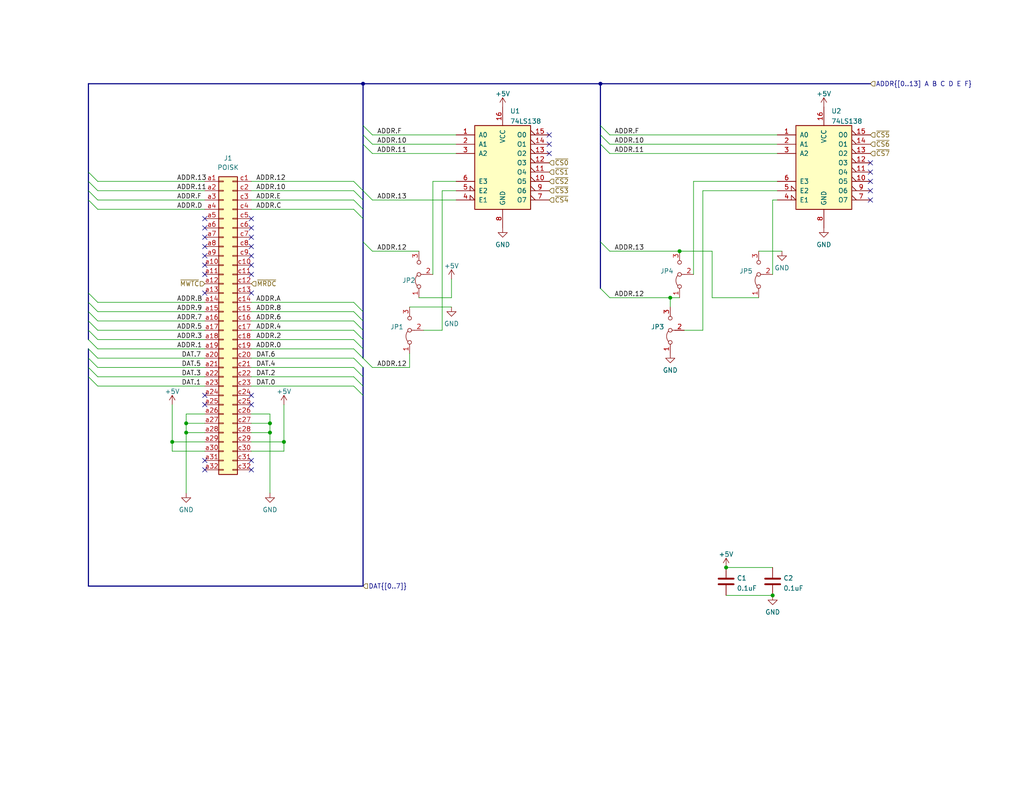
<source format=kicad_sch>
(kicad_sch (version 20211123) (generator eeschema)
  (paper "USLetter")
  (lib_symbols
    (symbol "74xx:74LS138" (pin_names (offset 1.016))
      (property "Reference" "U" (at -7.62 11.43 0))
      (property "Value" "74LS138" (at -7.62 -13.97 0))
      (symbol "74LS138_1_0"
        (pin input line (at -12.7 7.62 0) (length 5.08) (name "A0") (number "1"))
        (pin output output_low (at 12.7 -5.08 180) (length 5.08) (name "O5") (number "10"))
        (pin output output_low (at 12.7 -2.54 180) (length 5.08) (name "O4") (number "11"))
        (pin output output_low (at 12.7 0 180) (length 5.08) (name "O3") (number "12"))
        (pin output output_low (at 12.7 2.54 180) (length 5.08) (name "O2") (number "13"))
        (pin output output_low (at 12.7 5.08 180) (length 5.08) (name "O1") (number "14"))
        (pin output output_low (at 12.7 7.62 180) (length 5.08) (name "O0") (number "15"))
        (pin power_in line (at 0 15.24 270) (length 5.08) (name "VCC") (number "16"))
        (pin input line (at -12.7 5.08 0) (length 5.08) (name "A1") (number "2"))
        (pin input line (at -12.7 2.54 0) (length 5.08) (name "A2") (number "3"))
        (pin input input_low (at -12.7 -10.16 0) (length 5.08) (name "E1") (number "4"))
        (pin input input_low (at -12.7 -7.62 0) (length 5.08) (name "E2") (number "5"))
        (pin input line (at -12.7 -5.08 0) (length 5.08) (name "E3") (number "6"))
        (pin output output_low (at 12.7 -10.16 180) (length 5.08) (name "O7") (number "7"))
        (pin power_in line (at 0 -17.78 90) (length 5.08) (name "GND") (number "8"))
        (pin output output_low (at 12.7 -7.62 180) (length 5.08) (name "O6") (number "9"))
      )
      (symbol "74LS138_1_1"
        (rectangle (start -7.62 10.16) (end 7.62 -12.7) (stroke (width 0.254)) (fill (type background)))
      )
    )
    (symbol "Device:C" (pin_numbers hide) (pin_names (offset 0.254))
      (property "Reference" "C" (at 0.635 2.54 0))
      (property "Value" "C" (at 0.635 -2.54 0))
      (symbol "C_0_1"
        (polyline (pts (xy -2.032 -0.762) (xy 2.032 -0.762)) (stroke (width 0.508)))
        (polyline (pts (xy -2.032 0.762) (xy 2.032 0.762)) (stroke (width 0.508)))
      )
      (symbol "C_1_1"
        (pin passive line (at 0 3.81 270) (length 2.794) (name "~") (number "1"))
        (pin passive line (at 0 -3.81 90) (length 2.794) (name "~") (number "2"))
      )
    )
    (symbol "jumper_3_bridged12_2:Jumper_3_Bridged12_2" (pin_names (offset 0) hide)
      (property "Reference" "JP4" (at -1.6261 0.9085 90))
      (symbol "Jumper_3_Bridged12_2_0_0"
        (circle (center -3.302 0) (radius 0.508))
        (circle (center 0 0) (radius 0.508))
        (circle (center 3.302 0) (radius 0.508))
      )
      (symbol "Jumper_3_Bridged12_2_0_1"
        (arc (start -0.254 0.508) (mid -1.651 0.9912) (end -3.048 0.508))
        (polyline (pts (xy 0 -1.27) (xy 0 -0.508)))
      )
      (symbol "Jumper_3_Bridged12_2_1_1"
        (pin input line (at -6.35 0 0) (length 2.54) (name "A") (number "1"))
        (pin output line (at 0 -3.81 90) (length 2.54) (name "C") (number "2"))
        (pin input line (at 6.35 0 180) (length 2.54) (name "B") (number "3"))
      )
    )
    (symbol "poisk_card:DIN41612_02x32_AC" (pin_names (offset 1.016) hide)
      (property "Reference" "J1" (at 1.27 44.45 0))
      (property "Value" "POISK" (at 1.27 41.91 0))
      (symbol "DIN41612_02x32_AC_1_1"
        (rectangle (start -1.27 -40.513) (end 0 -40.767) (stroke (width 0.1524)))
        (rectangle (start -1.27 -37.973) (end 0 -38.227) (stroke (width 0.1524)))
        (rectangle (start -1.27 -35.433) (end 0 -35.687) (stroke (width 0.1524)))
        (rectangle (start -1.27 -32.893) (end 0 -33.147) (stroke (width 0.1524)))
        (rectangle (start -1.27 -30.353) (end 0 -30.607) (stroke (width 0.1524)))
        (rectangle (start -1.27 -27.813) (end 0 -28.067) (stroke (width 0.1524)))
        (rectangle (start -1.27 -25.273) (end 0 -25.527) (stroke (width 0.1524)))
        (rectangle (start -1.27 -22.733) (end 0 -22.987) (stroke (width 0.1524)))
        (rectangle (start -1.27 -20.193) (end 0 -20.447) (stroke (width 0.1524)))
        (rectangle (start -1.27 -17.653) (end 0 -17.907) (stroke (width 0.1524)))
        (rectangle (start -1.27 -15.113) (end 0 -15.367) (stroke (width 0.1524)))
        (rectangle (start -1.27 -12.573) (end 0 -12.827) (stroke (width 0.1524)))
        (rectangle (start -1.27 -10.033) (end 0 -10.287) (stroke (width 0.1524)))
        (rectangle (start -1.27 -7.493) (end 0 -7.747) (stroke (width 0.1524)))
        (rectangle (start -1.27 -4.953) (end 0 -5.207) (stroke (width 0.1524)))
        (rectangle (start -1.27 -2.413) (end 0 -2.667) (stroke (width 0.1524)))
        (rectangle (start -1.27 0.127) (end 0 -0.127) (stroke (width 0.1524)))
        (rectangle (start -1.27 2.667) (end 0 2.413) (stroke (width 0.1524)))
        (rectangle (start -1.27 5.207) (end 0 4.953) (stroke (width 0.1524)))
        (rectangle (start -1.27 7.747) (end 0 7.493) (stroke (width 0.1524)))
        (rectangle (start -1.27 10.287) (end 0 10.033) (stroke (width 0.1524)))
        (rectangle (start -1.27 12.827) (end 0 12.573) (stroke (width 0.1524)))
        (rectangle (start -1.27 15.367) (end 0 15.113) (stroke (width 0.1524)))
        (rectangle (start -1.27 17.907) (end 0 17.653) (stroke (width 0.1524)))
        (rectangle (start -1.27 20.447) (end 0 20.193) (stroke (width 0.1524)))
        (rectangle (start -1.27 22.987) (end 0 22.733) (stroke (width 0.1524)))
        (rectangle (start -1.27 25.527) (end 0 25.273) (stroke (width 0.1524)))
        (rectangle (start -1.27 28.067) (end 0 27.813) (stroke (width 0.1524)))
        (rectangle (start -1.27 30.607) (end 0 30.353) (stroke (width 0.1524)))
        (rectangle (start -1.27 33.147) (end 0 32.893) (stroke (width 0.1524)))
        (rectangle (start -1.27 35.687) (end 0 35.433) (stroke (width 0.1524)))
        (rectangle (start -1.27 38.227) (end 0 37.973) (stroke (width 0.1524)))
        (rectangle (start -1.27 39.37) (end 3.81 -41.91) (stroke (width 0.254)) (fill (type background)))
        (rectangle (start 3.81 -40.513) (end 2.54 -40.767) (stroke (width 0.1524)))
        (rectangle (start 3.81 -37.973) (end 2.54 -38.227) (stroke (width 0.1524)))
        (rectangle (start 3.81 -35.433) (end 2.54 -35.687) (stroke (width 0.1524)))
        (rectangle (start 3.81 -32.893) (end 2.54 -33.147) (stroke (width 0.1524)))
        (rectangle (start 3.81 -30.353) (end 2.54 -30.607) (stroke (width 0.1524)))
        (rectangle (start 3.81 -27.813) (end 2.54 -28.067) (stroke (width 0.1524)))
        (rectangle (start 3.81 -25.273) (end 2.54 -25.527) (stroke (width 0.1524)))
        (rectangle (start 3.81 -22.733) (end 2.54 -22.987) (stroke (width 0.1524)))
        (rectangle (start 3.81 -20.193) (end 2.54 -20.447) (stroke (width 0.1524)))
        (rectangle (start 3.81 -17.653) (end 2.54 -17.907) (stroke (width 0.1524)))
        (rectangle (start 3.81 -15.113) (end 2.54 -15.367) (stroke (width 0.1524)))
        (rectangle (start 3.81 -12.573) (end 2.54 -12.827) (stroke (width 0.1524)))
        (rectangle (start 3.81 -10.033) (end 2.54 -10.287) (stroke (width 0.1524)))
        (rectangle (start 3.81 -7.493) (end 2.54 -7.747) (stroke (width 0.1524)))
        (rectangle (start 3.81 -4.953) (end 2.54 -5.207) (stroke (width 0.1524)))
        (rectangle (start 3.81 -2.413) (end 2.54 -2.667) (stroke (width 0.1524)))
        (rectangle (start 3.81 0.127) (end 2.54 -0.127) (stroke (width 0.1524)))
        (rectangle (start 3.81 2.667) (end 2.54 2.413) (stroke (width 0.1524)))
        (rectangle (start 3.81 5.207) (end 2.54 4.953) (stroke (width 0.1524)))
        (rectangle (start 3.81 7.747) (end 2.54 7.493) (stroke (width 0.1524)))
        (rectangle (start 3.81 10.287) (end 2.54 10.033) (stroke (width 0.1524)))
        (rectangle (start 3.81 12.827) (end 2.54 12.573) (stroke (width 0.1524)))
        (rectangle (start 3.81 15.367) (end 2.54 15.113) (stroke (width 0.1524)))
        (rectangle (start 3.81 17.907) (end 2.54 17.653) (stroke (width 0.1524)))
        (rectangle (start 3.81 20.447) (end 2.54 20.193) (stroke (width 0.1524)))
        (rectangle (start 3.81 22.987) (end 2.54 22.733) (stroke (width 0.1524)))
        (rectangle (start 3.81 25.527) (end 2.54 25.273) (stroke (width 0.1524)))
        (rectangle (start 3.81 28.067) (end 2.54 27.813) (stroke (width 0.1524)))
        (rectangle (start 3.81 30.607) (end 2.54 30.353) (stroke (width 0.1524)))
        (rectangle (start 3.81 33.147) (end 2.54 32.893) (stroke (width 0.1524)))
        (rectangle (start 3.81 35.687) (end 2.54 35.433) (stroke (width 0.1524)))
        (rectangle (start 3.81 38.227) (end 2.54 37.973) (stroke (width 0.1524)))
        (pin output line (at -5.08 38.1 0) (length 3.81) (name "Pin_a1") (number "a1"))
        (pin passive line (at -5.08 15.24 0) (length 3.81) (name "Pin_a10") (number "a10"))
        (pin passive line (at -5.08 12.7 0) (length 3.81) (name "Pin_a11") (number "a11"))
        (pin output line (at -5.08 10.16 0) (length 3.81) (name "Pin_a12") (number "a12"))
        (pin passive line (at -5.08 7.62 0) (length 3.81) (name "Pin_a13") (number "a13"))
        (pin output line (at -5.08 5.08 0) (length 3.81) (name "Pin_a14") (number "a14"))
        (pin output line (at -5.08 2.54 0) (length 3.81) (name "Pin_a15") (number "a15"))
        (pin output line (at -5.08 0 0) (length 3.81) (name "Pin_a16") (number "a16"))
        (pin output line (at -5.08 -2.54 0) (length 3.81) (name "Pin_a17") (number "a17"))
        (pin output line (at -5.08 -5.08 0) (length 3.81) (name "Pin_a18") (number "a18"))
        (pin output line (at -5.08 -7.62 0) (length 3.81) (name "Pin_a19") (number "a19"))
        (pin output line (at -5.08 35.56 0) (length 3.81) (name "Pin_a2") (number "a2"))
        (pin bidirectional line (at -5.08 -10.16 0) (length 3.81) (name "Pin_a20") (number "a20"))
        (pin bidirectional line (at -5.08 -12.7 0) (length 3.81) (name "Pin_a21") (number "a21"))
        (pin bidirectional line (at -5.08 -15.24 0) (length 3.81) (name "Pin_a22") (number "a22"))
        (pin bidirectional line (at -5.08 -17.78 0) (length 3.81) (name "Pin_a23") (number "a23"))
        (pin passive line (at -5.08 -20.32 0) (length 3.81) (name "Pin_a24") (number "a24"))
        (pin passive line (at -5.08 -22.86 0) (length 3.81) (name "Pin_a25") (number "a25"))
        (pin power_in line (at -5.08 -25.4 0) (length 3.81) (name "Pin_a26") (number "a26"))
        (pin power_in line (at -5.08 -27.94 0) (length 3.81) (name "Pin_a27") (number "a27"))
        (pin power_in line (at -5.08 -30.48 0) (length 3.81) (name "Pin_a28") (number "a28"))
        (pin power_in line (at -5.08 -33.02 0) (length 3.81) (name "Pin_a29") (number "a29"))
        (pin output line (at -5.08 33.02 0) (length 3.81) (name "Pin_a3") (number "a3"))
        (pin power_in line (at -5.08 -35.56 0) (length 3.81) (name "Pin_a30") (number "a30"))
        (pin passive line (at -5.08 -38.1 0) (length 3.81) (name "Pin_a31") (number "a31"))
        (pin passive line (at -5.08 -40.64 0) (length 3.81) (name "Pin_a32") (number "a32"))
        (pin output line (at -5.08 30.48 0) (length 3.81) (name "Pin_a4") (number "a4"))
        (pin passive line (at -5.08 27.94 0) (length 3.81) (name "Pin_a5") (number "a5"))
        (pin passive line (at -5.08 25.4 0) (length 3.81) (name "Pin_a6") (number "a6"))
        (pin passive line (at -5.08 22.86 0) (length 3.81) (name "Pin_a7") (number "a7"))
        (pin passive line (at -5.08 20.32 0) (length 3.81) (name "Pin_a8") (number "a8"))
        (pin passive line (at -5.08 17.78 0) (length 3.81) (name "Pin_a9") (number "a9"))
        (pin output line (at 7.62 38.1 180) (length 3.81) (name "Pin_c1") (number "c1"))
        (pin passive line (at 7.62 15.24 180) (length 3.81) (name "Pin_c10") (number "c10"))
        (pin passive line (at 7.62 12.7 180) (length 3.81) (name "Pin_c11") (number "c11"))
        (pin output line (at 7.62 10.16 180) (length 3.81) (name "Pin_c12") (number "c12"))
        (pin passive line (at 7.62 7.62 180) (length 3.81) (name "Pin_c13") (number "c13"))
        (pin output line (at 7.62 5.08 180) (length 3.81) (name "Pin_c14") (number "c14"))
        (pin output line (at 7.62 2.54 180) (length 3.81) (name "Pin_c15") (number "c15"))
        (pin output line (at 7.62 0 180) (length 3.81) (name "Pin_c16") (number "c16"))
        (pin output line (at 7.62 -2.54 180) (length 3.81) (name "Pin_c17") (number "c17"))
        (pin output line (at 7.62 -5.08 180) (length 3.81) (name "Pin_c18") (number "c18"))
        (pin output line (at 7.62 -7.62 180) (length 3.81) (name "Pin_c19") (number "c19"))
        (pin output line (at 7.62 35.56 180) (length 3.81) (name "Pin_c2") (number "c2"))
        (pin bidirectional line (at 7.62 -10.16 180) (length 3.81) (name "Pin_c20") (number "c20"))
        (pin bidirectional line (at 7.62 -12.7 180) (length 3.81) (name "Pin_c21") (number "c21"))
        (pin bidirectional line (at 7.62 -15.24 180) (length 3.81) (name "Pin_c22") (number "c22"))
        (pin bidirectional line (at 7.62 -17.78 180) (length 3.81) (name "Pin_c23") (number "c23"))
        (pin passive line (at 7.62 -20.32 180) (length 3.81) (name "Pin_c24") (number "c24"))
        (pin passive line (at 7.62 -22.86 180) (length 3.81) (name "Pin_c25") (number "c25"))
        (pin power_in line (at 7.62 -25.4 180) (length 3.81) (name "Pin_c26") (number "c26"))
        (pin power_in line (at 7.62 -27.94 180) (length 3.81) (name "Pin_c27") (number "c27"))
        (pin power_in line (at 7.62 -30.48 180) (length 3.81) (name "Pin_c28") (number "c28"))
        (pin power_in line (at 7.62 -33.02 180) (length 3.81) (name "Pin_c29") (number "c29"))
        (pin output line (at 7.62 33.02 180) (length 3.81) (name "Pin_c3") (number "c3"))
        (pin power_in line (at 7.62 -35.56 180) (length 3.81) (name "Pin_c30") (number "c30"))
        (pin passive line (at 7.62 -38.1 180) (length 3.81) (name "Pin_c31") (number "c31"))
        (pin passive line (at 7.62 -40.64 180) (length 3.81) (name "Pin_c32") (number "c32"))
        (pin output line (at 7.62 30.48 180) (length 3.81) (name "Pin_c4") (number "c4"))
        (pin passive line (at 7.62 27.94 180) (length 3.81) (name "Pin_c5") (number "c5"))
        (pin passive line (at 7.62 25.4 180) (length 3.81) (name "Pin_c6") (number "c6"))
        (pin passive line (at 7.62 22.86 180) (length 3.81) (name "Pin_c7") (number "c7"))
        (pin passive line (at 7.62 20.32 180) (length 3.81) (name "Pin_c8") (number "c8"))
        (pin passive line (at 7.62 17.78 180) (length 3.81) (name "Pin_c9") (number "c9"))
      )
    )
    (symbol "power:+5V" (power) (pin_names (offset 0))
      (property "Value" "+5V" (at 0 3.556 0))
      (symbol "+5V_0_1"
        (polyline (pts (xy -0.762 1.27) (xy 0 2.54)))
        (polyline (pts (xy 0 0) (xy 0 2.54)))
        (polyline (pts (xy 0 2.54) (xy 0.762 1.27)))
      )
      (symbol "+5V_1_1"
        (pin power_in line (at 0 0 90) (length 0) hide (name "+5V") (number "1"))
      )
    )
    (symbol "power:GND" (power) (pin_names (offset 0))
      (property "Value" "GND" (at 0 -3.81 0))
      (symbol "GND_0_1"
        (polyline (pts (xy 0 0) (xy 0 -1.27) (xy 1.27 -1.27) (xy 0 -2.54) (xy -1.27 -1.27) (xy 0 -1.27)))
      )
      (symbol "GND_1_1"
        (pin power_in line (at 0 0 270) (length 0) hide (name "GND") (number "1"))
      )
    )
  )
  (junction (at 185.42 68.58))
  (junction (at 50.8 115.57))
  (junction (at 77.47 120.65))
  (junction (at 50.8 118.11))
  (junction (at 210.82 162.56))
  (junction (at 46.99 120.65))
  (junction (at 73.66 118.11))
  (junction (at 198.12 154.94))
  (junction (at 163.83 22.86))
  (junction (at 99.06 22.86))
  (junction (at 182.88 81.28))
  (junction (at 73.66 115.57))
  (no_connect (at 237.49 46.99))
  (no_connect (at 237.49 49.53))
  (no_connect (at 237.49 52.07))
  (no_connect (at 237.49 44.45))
  (no_connect (at 237.49 54.61))
  (no_connect (at 55.88 62.23))
  (no_connect (at 55.88 110.49))
  (no_connect (at 55.88 69.85))
  (no_connect (at 68.58 62.23))
  (no_connect (at 68.58 110.49))
  (no_connect (at 68.58 125.73))
  (no_connect (at 55.88 107.95))
  (no_connect (at 55.88 59.69))
  (no_connect (at 68.58 74.93))
  (no_connect (at 68.58 72.39))
  (no_connect (at 68.58 64.77))
  (no_connect (at 149.86 36.83))
  (no_connect (at 68.58 59.69))
  (no_connect (at 149.86 39.37))
  (no_connect (at 55.88 80.01))
  (no_connect (at 68.58 69.85))
  (no_connect (at 55.88 72.39))
  (no_connect (at 149.86 41.91))
  (no_connect (at 55.88 125.73))
  (no_connect (at 55.88 128.27))
  (no_connect (at 55.88 74.93))
  (no_connect (at 68.58 80.01))
  (no_connect (at 68.58 67.31))
  (no_connect (at 68.58 107.95))
  (no_connect (at 55.88 64.77))
  (no_connect (at 68.58 128.27))
  (no_connect (at 55.88 67.31))
  (bus_entry (at 96.52 49.53) (size 2.54 2.54))
  (bus_entry (at 96.52 97.79) (size 2.54 2.54))
  (bus_entry (at 96.52 95.25) (size 2.54 2.54))
  (bus_entry (at 24.13 102.87) (size 2.54 2.54))
  (bus_entry (at 96.52 102.87) (size 2.54 2.54))
  (bus_entry (at 99.06 52.07) (size 2.54 2.54))
  (bus_entry (at 24.13 90.17) (size 2.54 2.54))
  (bus_entry (at 96.52 54.61) (size 2.54 2.54))
  (bus_entry (at 163.83 66.04) (size 2.54 2.54))
  (bus_entry (at 99.06 66.04) (size 2.54 2.54))
  (bus_entry (at 24.13 92.71) (size 2.54 2.54))
  (bus_entry (at 96.52 82.55) (size 2.54 2.54))
  (bus_entry (at 99.06 34.29) (size 2.54 2.54))
  (bus_entry (at 96.52 105.41) (size 2.54 2.54))
  (bus_entry (at 163.83 39.37) (size 2.54 2.54))
  (bus_entry (at 99.06 36.83) (size 2.54 2.54))
  (bus_entry (at 96.52 85.09) (size 2.54 2.54))
  (bus_entry (at 24.13 82.55) (size 2.54 2.54))
  (bus_entry (at 99.06 39.37) (size 2.54 2.54))
  (bus_entry (at 96.52 100.33) (size 2.54 2.54))
  (bus_entry (at 96.52 87.63) (size 2.54 2.54))
  (bus_entry (at 99.06 97.79) (size 2.54 2.54))
  (bus_entry (at 24.13 95.25) (size 2.54 2.54))
  (bus_entry (at 24.13 100.33) (size 2.54 2.54))
  (bus_entry (at 24.13 49.53) (size 2.54 2.54))
  (bus_entry (at 24.13 52.07) (size 2.54 2.54))
  (bus_entry (at 24.13 46.99) (size 2.54 2.54))
  (bus_entry (at 96.52 92.71) (size 2.54 2.54))
  (bus_entry (at 163.83 78.74) (size 2.54 2.54))
  (bus_entry (at 24.13 80.01) (size 2.54 2.54))
  (bus_entry (at 24.13 87.63) (size 2.54 2.54))
  (bus_entry (at 24.13 85.09) (size 2.54 2.54))
  (bus_entry (at 163.83 34.29) (size 2.54 2.54))
  (bus_entry (at 24.13 54.61) (size 2.54 2.54))
  (bus_entry (at 96.52 57.15) (size 2.54 2.54))
  (bus_entry (at 96.52 52.07) (size 2.54 2.54))
  (bus_entry (at 24.13 97.79) (size 2.54 2.54))
  (bus_entry (at 163.83 36.83) (size 2.54 2.54))
  (bus_entry (at 96.52 90.17) (size 2.54 2.54))
  (bus (pts (xy 163.83 39.37) (xy 163.83 66.04)))
  (wire (pts (xy 26.67 90.17) (xy 55.88 90.17)))
  (wire (pts (xy 26.67 82.55) (xy 55.88 82.55)))
  (bus (pts (xy 99.06 87.63) (xy 99.06 90.17)))
  (bus (pts (xy 99.06 22.86) (xy 99.06 34.29)))
  (wire (pts (xy 118.11 49.53) (xy 124.46 49.53)))
  (wire (pts (xy 68.58 105.41) (xy 96.52 105.41)))
  (wire (pts (xy 68.58 113.03) (xy 73.66 113.03)))
  (bus (pts (xy 163.83 66.04) (xy 163.83 78.74)))
  (bus (pts (xy 24.13 102.87) (xy 24.13 160.02)))
  (wire (pts (xy 68.58 115.57) (xy 73.66 115.57)))
  (bus (pts (xy 24.13 80.01) (xy 24.13 54.61)))
  (wire (pts (xy 68.58 90.17) (xy 96.52 90.17)))
  (wire (pts (xy 120.65 52.07) (xy 124.46 52.07)))
  (wire (pts (xy 50.8 118.11) (xy 55.88 118.11)))
  (wire (pts (xy 194.31 68.58) (xy 185.42 68.58)))
  (bus (pts (xy 24.13 100.33) (xy 24.13 102.87)))
  (wire (pts (xy 26.67 92.71) (xy 55.88 92.71)))
  (wire (pts (xy 68.58 97.79) (xy 96.52 97.79)))
  (bus (pts (xy 163.83 36.83) (xy 163.83 39.37)))
  (wire (pts (xy 50.8 115.57) (xy 50.8 118.11)))
  (wire (pts (xy 68.58 54.61) (xy 96.52 54.61)))
  (bus (pts (xy 99.06 57.15) (xy 99.06 59.69)))
  (wire (pts (xy 68.58 123.19) (xy 77.47 123.19)))
  (wire (pts (xy 101.6 54.61) (xy 124.46 54.61)))
  (wire (pts (xy 68.58 52.07) (xy 96.52 52.07)))
  (wire (pts (xy 50.8 115.57) (xy 55.88 115.57)))
  (wire (pts (xy 46.99 120.65) (xy 55.88 120.65)))
  (bus (pts (xy 99.06 59.69) (xy 99.06 66.04)))
  (wire (pts (xy 55.88 123.19) (xy 46.99 123.19)))
  (bus (pts (xy 99.06 107.95) (xy 99.06 160.02)))
  (wire (pts (xy 46.99 120.65) (xy 46.99 123.19)))
  (wire (pts (xy 68.58 120.65) (xy 77.47 120.65)))
  (wire (pts (xy 55.88 113.03) (xy 50.8 113.03)))
  (wire (pts (xy 120.65 90.17) (xy 115.57 90.17)))
  (wire (pts (xy 26.67 87.63) (xy 55.88 87.63)))
  (wire (pts (xy 182.88 81.28) (xy 185.42 81.28)))
  (wire (pts (xy 166.37 39.37) (xy 212.09 39.37)))
  (wire (pts (xy 68.58 102.87) (xy 96.52 102.87)))
  (wire (pts (xy 207.01 68.58) (xy 213.36 68.58)))
  (wire (pts (xy 123.19 81.28) (xy 123.19 76.2)))
  (bus (pts (xy 99.06 22.86) (xy 163.83 22.86)))
  (bus (pts (xy 99.06 54.61) (xy 99.06 57.15)))
  (bus (pts (xy 99.06 105.41) (xy 99.06 107.95)))
  (wire (pts (xy 68.58 100.33) (xy 96.52 100.33)))
  (bus (pts (xy 24.13 90.17) (xy 24.13 87.63)))
  (wire (pts (xy 68.58 92.71) (xy 96.52 92.71)))
  (bus (pts (xy 99.06 66.04) (xy 99.06 85.09)))
  (bus (pts (xy 24.13 22.86) (xy 99.06 22.86)))
  (bus (pts (xy 24.13 87.63) (xy 24.13 85.09)))
  (wire (pts (xy 73.66 115.57) (xy 73.66 118.11)))
  (wire (pts (xy 26.67 52.07) (xy 55.88 52.07)))
  (bus (pts (xy 99.06 102.87) (xy 99.06 105.41)))
  (wire (pts (xy 101.6 100.33) (xy 111.76 100.33)))
  (wire (pts (xy 198.12 154.94) (xy 210.82 154.94)))
  (bus (pts (xy 163.83 22.86) (xy 163.83 34.29)))
  (bus (pts (xy 24.13 95.25) (xy 24.13 97.79)))
  (bus (pts (xy 24.13 49.53) (xy 24.13 46.99)))
  (bus (pts (xy 24.13 160.02) (xy 99.06 160.02)))
  (wire (pts (xy 189.23 49.53) (xy 212.09 49.53)))
  (bus (pts (xy 24.13 52.07) (xy 24.13 49.53)))
  (wire (pts (xy 73.66 118.11) (xy 73.66 134.62)))
  (wire (pts (xy 68.58 95.25) (xy 96.52 95.25)))
  (wire (pts (xy 210.82 54.61) (xy 210.82 74.93)))
  (wire (pts (xy 120.65 52.07) (xy 120.65 90.17)))
  (wire (pts (xy 166.37 41.91) (xy 212.09 41.91)))
  (wire (pts (xy 50.8 118.11) (xy 50.8 134.62)))
  (wire (pts (xy 101.6 68.58) (xy 114.3 68.58)))
  (bus (pts (xy 24.13 54.61) (xy 24.13 52.07)))
  (wire (pts (xy 26.67 49.53) (xy 55.88 49.53)))
  (bus (pts (xy 99.06 52.07) (xy 99.06 54.61)))
  (wire (pts (xy 111.76 83.82) (xy 123.19 83.82)))
  (wire (pts (xy 26.67 100.33) (xy 55.88 100.33)))
  (wire (pts (xy 50.8 113.03) (xy 50.8 115.57)))
  (bus (pts (xy 99.06 34.29) (xy 99.06 36.83)))
  (bus (pts (xy 24.13 85.09) (xy 24.13 82.55)))
  (wire (pts (xy 194.31 81.28) (xy 194.31 68.58)))
  (bus (pts (xy 163.83 22.86) (xy 237.49 22.86)))
  (wire (pts (xy 166.37 36.83) (xy 212.09 36.83)))
  (bus (pts (xy 99.06 36.83) (xy 99.06 39.37)))
  (bus (pts (xy 99.06 95.25) (xy 99.06 97.79)))
  (wire (pts (xy 189.23 49.53) (xy 189.23 74.93)))
  (wire (pts (xy 191.77 90.17) (xy 191.77 52.07)))
  (wire (pts (xy 118.11 74.93) (xy 118.11 49.53)))
  (wire (pts (xy 68.58 118.11) (xy 73.66 118.11)))
  (wire (pts (xy 77.47 110.49) (xy 77.47 120.65)))
  (wire (pts (xy 166.37 81.28) (xy 182.88 81.28)))
  (wire (pts (xy 26.67 54.61) (xy 55.88 54.61)))
  (bus (pts (xy 24.13 97.79) (xy 24.13 100.33)))
  (bus (pts (xy 24.13 22.86) (xy 24.13 46.99)))
  (wire (pts (xy 68.58 85.09) (xy 96.52 85.09)))
  (wire (pts (xy 166.37 68.58) (xy 185.42 68.58)))
  (bus (pts (xy 99.06 92.71) (xy 99.06 95.25)))
  (wire (pts (xy 26.67 97.79) (xy 55.88 97.79)))
  (wire (pts (xy 212.09 54.61) (xy 210.82 54.61)))
  (bus (pts (xy 163.83 34.29) (xy 163.83 36.83)))
  (wire (pts (xy 186.69 90.17) (xy 191.77 90.17)))
  (wire (pts (xy 207.01 81.28) (xy 194.31 81.28)))
  (wire (pts (xy 46.99 110.49) (xy 46.99 120.65)))
  (wire (pts (xy 182.88 81.28) (xy 182.88 83.82)))
  (wire (pts (xy 101.6 36.83) (xy 124.46 36.83)))
  (wire (pts (xy 111.76 96.52) (xy 111.76 100.33)))
  (wire (pts (xy 68.58 87.63) (xy 96.52 87.63)))
  (bus (pts (xy 99.06 100.33) (xy 99.06 102.87)))
  (wire (pts (xy 26.67 102.87) (xy 55.88 102.87)))
  (wire (pts (xy 77.47 120.65) (xy 77.47 123.19)))
  (wire (pts (xy 114.3 81.28) (xy 123.19 81.28)))
  (bus (pts (xy 99.06 90.17) (xy 99.06 92.71)))
  (wire (pts (xy 68.58 49.53) (xy 96.52 49.53)))
  (wire (pts (xy 101.6 41.91) (xy 124.46 41.91)))
  (wire (pts (xy 26.67 85.09) (xy 55.88 85.09)))
  (wire (pts (xy 26.67 95.25) (xy 55.88 95.25)))
  (bus (pts (xy 24.13 82.55) (xy 24.13 80.01)))
  (wire (pts (xy 198.12 162.56) (xy 210.82 162.56)))
  (wire (pts (xy 101.6 39.37) (xy 124.46 39.37)))
  (bus (pts (xy 24.13 92.71) (xy 24.13 90.17)))
  (wire (pts (xy 68.58 82.55) (xy 96.52 82.55)))
  (bus (pts (xy 99.06 39.37) (xy 99.06 52.07)))
  (wire (pts (xy 68.58 57.15) (xy 96.52 57.15)))
  (wire (pts (xy 73.66 113.03) (xy 73.66 115.57)))
  (wire (pts (xy 191.77 52.07) (xy 212.09 52.07)))
  (wire (pts (xy 26.67 105.41) (xy 55.88 105.41)))
  (bus (pts (xy 99.06 85.09) (xy 99.06 87.63)))
  (wire (pts (xy 26.67 57.15) (xy 55.88 57.15)))
  (label "ADDR.2" (at 69.85 92.71 0))
  (label "ADDR.12" (at 167.64 81.28 0))
  (label "ADDR.13" (at 167.64 68.58 0))
  (label "ADDR.1" (at 48.26 95.25 0))
  (label "ADDR.7" (at 48.26 87.63 0))
  (label "ADDR.F" (at 102.87 36.83 0))
  (label "DAT.1" (at 49.53 105.41 0))
  (label "ADDR.10" (at 69.85 52.07 0))
  (label "DAT.3" (at 49.53 102.87 0))
  (label "ADDR.B" (at 48.26 82.55 0))
  (label "ADDR.F" (at 48.26 54.61 0))
  (label "ADDR.3" (at 48.26 92.71 0))
  (label "ADDR.8" (at 69.85 85.09 0))
  (label "ADDR.5" (at 48.26 90.17 0))
  (label "ADDR.4" (at 69.85 90.17 0))
  (label "DAT.7" (at 49.53 97.79 0))
  (label "ADDR.12" (at 69.85 49.53 0))
  (label "ADDR.F" (at 167.64 36.83 0))
  (label "ADDR.12" (at 102.87 68.58 0))
  (label "DAT.5" (at 49.53 100.33 0))
  (label "ADDR.E" (at 69.85 54.61 0))
  (label "DAT.0" (at 69.85 105.41 0))
  (label "DAT.4" (at 69.85 100.33 0))
  (label "ADDR.9" (at 48.26 85.09 0))
  (label "DAT.6" (at 69.85 97.79 0))
  (label "ADDR.11" (at 102.87 41.91 0))
  (label "ADDR.12" (at 102.87 100.33 0))
  (label "ADDR.11" (at 48.26 52.07 0))
  (label "ADDR.0" (at 69.85 95.25 0))
  (label "ADDR.D" (at 48.26 57.15 0))
  (label "ADDR.11" (at 167.64 41.91 0))
  (label "ADDR.6" (at 69.85 87.63 0))
  (label "ADDR.10" (at 167.64 39.37 0))
  (label "ADDR.10" (at 102.87 39.37 0))
  (label "ADDR.13" (at 48.26 49.53 0))
  (label "ADDR.C" (at 69.85 57.15 0))
  (label "DAT.2" (at 69.85 102.87 0))
  (label "ADDR.A" (at 69.85 82.55 0))
  (label "ADDR.13" (at 102.87 54.61 0))
  (hierarchical_label "~{CS1}" (shape input) (at 149.86 46.99 0))
  (hierarchical_label "~{MWTC}" (shape input) (at 55.88 77.47 180))
  (hierarchical_label "~{MRDC}" (shape input) (at 68.58 77.47 0))
  (hierarchical_label "ADDR{[0..13] A B C D E F}" (shape input) (at 237.49 22.86 0))
  (hierarchical_label "DAT{[0..7]}" (shape input) (at 99.06 160.02 0))
  (hierarchical_label "~{CS5}" (shape input) (at 237.49 36.83 0))
  (hierarchical_label "~{CS3}" (shape input) (at 149.86 52.07 0))
  (hierarchical_label "~{CS6}" (shape input) (at 237.49 39.37 0))
  (hierarchical_label "~{CS0}" (shape input) (at 149.86 44.45 0))
  (hierarchical_label "~{CS7}" (shape input) (at 237.49 41.91 0))
  (hierarchical_label "~{CS2}" (shape input) (at 149.86 49.53 0))
  (hierarchical_label "~{CS4}" (shape input) (at 149.86 54.61 0))
  (symbol (lib_id "power:+5V") (at 46.99 110.49 0) (unit 1)
    (property "Reference" "#PWR03" (effects hide))
    (property "Value" "+5V" (at 46.99 106.8855 0))
  )
  (symbol (lib_id "power:+5V") (at 123.19 76.2 0) (unit 1)
    (property "Reference" "#PWR07" (effects hide))
    (property "Value" "+5V" (at 123.19 72.5955 0))
  )
  (symbol (lib_id "jumper_3_bridged12_2:Jumper_3_Bridged12_2") (at 185.42 74.93 90) (unit 1)
    (property "Reference" "JP4" (at 183.7939 74.0215 90) (effects (justify left)))
    (property "Value" "Jumper_3_Bridged12" (effects hide))
    (property "Footprint" "Connector_PinHeader_2.54mm:PinHeader_1x03_P2.54mm_Vertical" (effects hide))
  )
  (symbol (lib_id "jumper_3_bridged12_2:Jumper_3_Bridged12_2") (at 182.88 90.17 90) (unit 1)
    (property "Reference" "JP3" (at 181.2539 89.2615 90) (effects (justify left)))
    (property "Value" "Jumper_3_Bridged12" (effects hide))
    (property "Footprint" "Connector_PinHeader_2.54mm:PinHeader_1x03_P2.54mm_Vertical" (effects hide))
  )
  (symbol (lib_id "power:+5V") (at 198.12 154.94 0) (unit 1)
    (property "Reference" "#PWR012" (effects hide))
    (property "Value" "+5V" (at 198.12 151.3355 0))
  )
  (symbol (lib_id "74xx:74LS138") (at 137.16 44.45 0) (unit 1)
    (property "Reference" "U1" (at 139.1794 30.3235 0) (effects (justify left)))
    (property "Value" "74LS138" (at 139.1794 33.0986 0) (effects (justify left)))
    (property "Footprint" "Package_DIP:DIP-16_W7.62mm_Socket" (effects hide))
    (property "Datasheet" "http://www.ti.com/lit/gpn/sn74LS138" (effects hide))
  )
  (symbol (lib_id "Device:C") (at 198.12 158.75 0) (unit 1)
    (property "Reference" "C1" (at 201.041 157.8415 0) (effects (justify left)))
    (property "Value" "0.1uF" (at 201.041 160.6166 0) (effects (justify left)))
    (property "Footprint" "Capacitor_THT:C_Disc_D3.0mm_W1.6mm_P2.50mm" (effects hide))
  )
  (symbol (lib_id "power:GND") (at 137.16 62.23 0) (unit 1)
    (property "Reference" "#PWR010" (effects hide))
    (property "Value" "GND" (at 137.16 66.7925 0))
  )
  (symbol (lib_id "jumper_3_bridged12_2:Jumper_3_Bridged12_2") (at 111.76 90.17 90) (unit 1)
    (property "Reference" "JP1" (at 110.1339 89.2615 90) (effects (justify left)))
    (property "Value" "Jumper_3_Bridged12" (effects hide))
    (property "Footprint" "Connector_PinHeader_2.54mm:PinHeader_1x03_P2.54mm_Vertical" (effects hide))
  )
  (symbol (lib_id "power:GND") (at 210.82 162.56 0) (unit 1)
    (property "Reference" "#PWR013" (effects hide))
    (property "Value" "GND" (at 210.82 167.1225 0))
  )
  (symbol (lib_id "power:GND") (at 50.8 134.62 0) (unit 1)
    (property "Reference" "#PWR04" (effects hide))
    (property "Value" "GND" (at 50.8 139.1825 0))
  )
  (symbol (lib_id "power:GND") (at 224.79 62.23 0) (unit 1)
    (property "Reference" "#PWR016" (effects hide))
    (property "Value" "GND" (at 224.79 66.7925 0))
  )
  (symbol (lib_id "power:GND") (at 182.88 96.52 0) (unit 1)
    (property "Reference" "#PWR011" (effects hide))
    (property "Value" "GND" (at 182.88 101.0825 0))
  )
  (symbol (lib_id "power:GND") (at 213.36 68.58 0) (unit 1)
    (property "Reference" "#PWR014" (effects hide))
    (property "Value" "GND" (at 213.36 73.1425 0))
  )
  (symbol (lib_id "74xx:74LS138") (at 224.79 44.45 0) (unit 1)
    (property "Reference" "U2" (at 226.8094 30.3235 0) (effects (justify left)))
    (property "Value" "74LS138" (at 226.8094 33.0986 0) (effects (justify left)))
    (property "Footprint" "Package_DIP:DIP-16_W7.62mm_Socket" (effects hide))
    (property "Datasheet" "http://www.ti.com/lit/gpn/sn74LS138" (effects hide))
  )
  (symbol (lib_id "jumper_3_bridged12_2:Jumper_3_Bridged12_2") (at 207.01 74.93 90) (unit 1)
    (property "Reference" "JP5" (at 205.3839 74.0215 90) (effects (justify left)))
    (property "Value" "Jumper_3_Bridged12" (effects hide))
    (property "Footprint" "Connector_PinHeader_2.54mm:PinHeader_1x03_P2.54mm_Vertical" (effects hide))
  )
  (symbol (lib_id "power:+5V") (at 224.79 29.21 0) (unit 1)
    (property "Reference" "#PWR015" (effects hide))
    (property "Value" "+5V" (at 224.79 25.6055 0))
  )
  (symbol (lib_id "power:GND") (at 73.66 134.62 0) (unit 1)
    (property "Reference" "#PWR05" (effects hide))
    (property "Value" "GND" (at 73.66 139.1825 0))
  )
  (symbol (lib_id "power:+5V") (at 137.16 29.21 0) (unit 1)
    (property "Reference" "#PWR09" (effects hide))
    (property "Value" "+5V" (at 137.16 25.6055 0))
  )
  (symbol (lib_id "jumper_3_bridged12_2:Jumper_3_Bridged12_2") (at 114.3 74.93 90) (unit 1)
    (property "Reference" "JP2" (at 113.3915 76.5561 90) (effects (justify left)))
    (property "Value" "Jumper_3_Bridged12" (effects hide))
    (property "Footprint" "Connector_PinHeader_2.54mm:PinHeader_1x03_P2.54mm_Vertical" (effects hide))
  )
  (symbol (lib_id "poisk_card:DIN41612_02x32_AC") (at 60.96 87.63 0) (unit 1)
    (property "Reference" "J1" (at 62.23 43.18 0))
    (property "Value" "POISK" (at 62.23 45.72 0))
    (property "Footprint" "Connector_DIN:DIN41612_R_2x32_Male_Horizontal_THT" (effects hide))
  )
  (symbol (lib_id "Device:C") (at 210.82 158.75 0) (unit 1)
    (property "Reference" "C2" (at 213.741 157.8415 0) (effects (justify left)))
    (property "Value" "0.1uF" (at 213.741 160.6166 0) (effects (justify left)))
    (property "Footprint" "Capacitor_THT:C_Disc_D3.0mm_W1.6mm_P2.50mm" (effects hide))
  )
  (symbol (lib_id "power:GND") (at 123.19 83.82 0) (unit 1)
    (property "Reference" "#PWR08" (effects hide))
    (property "Value" "GND" (at 123.19 88.3825 0))
  )
  (symbol (lib_id "power:+5V") (at 77.47 110.49 0) (unit 1)
    (property "Reference" "#PWR06" (effects hide))
    (property "Value" "+5V" (at 77.47 106.8855 0))
  )
)
</source>
